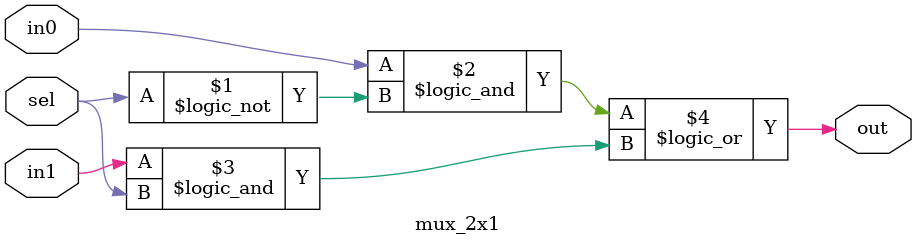
<source format=v>
module mux_2x1 (out,sel,in0,in1);
    input in1,in0;
    input sel;
    output out;
    assign out = ((in0)&&(!sel))||((in1)&&(sel));
endmodule

</source>
